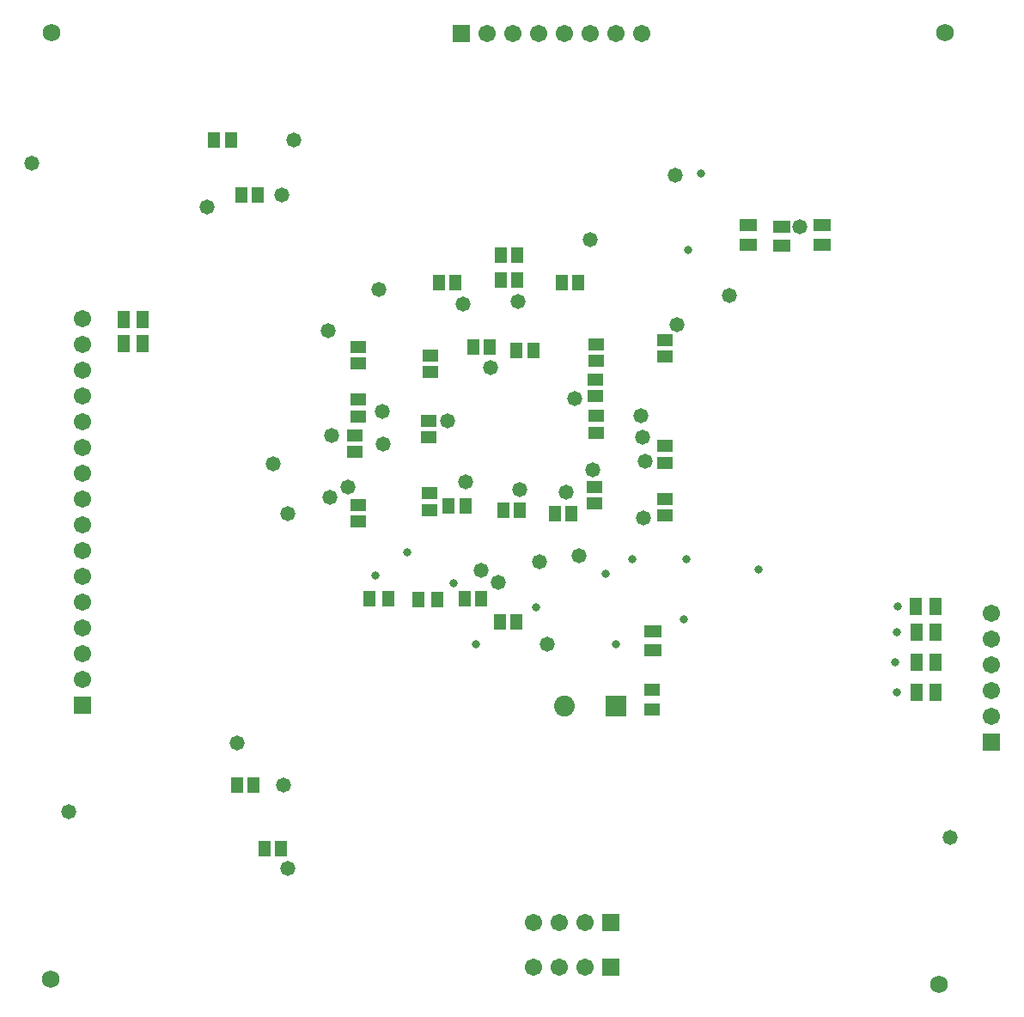
<source format=gbs>
G04*
G04 #@! TF.GenerationSoftware,Altium Limited,Altium Designer,18.0.7 (293)*
G04*
G04 Layer_Color=16711935*
%FSLAX25Y25*%
%MOIN*%
G70*
G01*
G75*
%ADD46C,0.06800*%
%ADD47C,0.06706*%
%ADD48R,0.06706X0.06706*%
%ADD49R,0.06706X0.06706*%
%ADD50R,0.08083X0.08083*%
%ADD51C,0.08083*%
%ADD52C,0.05800*%
%ADD53C,0.03202*%
%ADD80R,0.04580X0.06272*%
%ADD81R,0.06272X0.04580*%
%ADD82R,0.04540X0.06312*%
%ADD83R,0.06509X0.04737*%
%ADD84R,0.06312X0.04540*%
%ADD85R,0.04737X0.06509*%
D46*
X362200Y383900D02*
D03*
X15500D02*
D03*
X15300Y16700D02*
D03*
X360100Y14700D02*
D03*
D47*
X202600Y38600D02*
D03*
X212600D02*
D03*
X222600D02*
D03*
X202500Y21200D02*
D03*
X212500D02*
D03*
X222500D02*
D03*
X27700Y273000D02*
D03*
Y263000D02*
D03*
Y253000D02*
D03*
Y243000D02*
D03*
Y233000D02*
D03*
Y223000D02*
D03*
Y213000D02*
D03*
Y203000D02*
D03*
Y193000D02*
D03*
Y183000D02*
D03*
Y173000D02*
D03*
Y163000D02*
D03*
Y153000D02*
D03*
Y143000D02*
D03*
Y133000D02*
D03*
X380300Y118700D02*
D03*
Y128700D02*
D03*
Y138700D02*
D03*
Y148700D02*
D03*
Y158700D02*
D03*
X244600Y383600D02*
D03*
X234600D02*
D03*
X224600D02*
D03*
X214600D02*
D03*
X204600D02*
D03*
X194600D02*
D03*
X184600D02*
D03*
D48*
X232600Y38600D02*
D03*
X232500Y21200D02*
D03*
X174600Y383600D02*
D03*
D49*
X27700Y123000D02*
D03*
X380300Y108700D02*
D03*
D50*
X234800Y122400D02*
D03*
D51*
X214800D02*
D03*
D52*
X142600Y284300D02*
D03*
X107300Y197100D02*
D03*
X101600Y216700D02*
D03*
X109800Y342200D02*
D03*
X130700Y207700D02*
D03*
X245213Y195513D02*
D03*
X224578Y303700D02*
D03*
X364442Y71443D02*
D03*
X104900Y321000D02*
D03*
X76100Y316100D02*
D03*
X208000Y146500D02*
D03*
X107400Y59700D02*
D03*
X22400Y81600D02*
D03*
X105600Y92000D02*
D03*
X87700Y108200D02*
D03*
X123000Y268100D02*
D03*
X257500Y328500D02*
D03*
X306000Y308700D02*
D03*
X278600Y282000D02*
D03*
X258300Y270500D02*
D03*
X175276Y278682D02*
D03*
X196500Y279500D02*
D03*
X246000Y217400D02*
D03*
X245091Y227010D02*
D03*
X244305Y235200D02*
D03*
X220461Y181039D02*
D03*
X204900Y178500D02*
D03*
X188900Y170700D02*
D03*
X182400Y175200D02*
D03*
X176178Y209722D02*
D03*
X197389Y206511D02*
D03*
X215300Y205500D02*
D03*
X225600Y214300D02*
D03*
X218600Y241800D02*
D03*
X186000Y253900D02*
D03*
X169178Y233278D02*
D03*
X123700Y203700D02*
D03*
X124337Y227663D02*
D03*
X144200Y224200D02*
D03*
X143900Y236900D02*
D03*
X8000Y333300D02*
D03*
D53*
X344000Y161100D02*
D03*
X343500Y151100D02*
D03*
X343000Y139500D02*
D03*
X343500Y127800D02*
D03*
X290100Y175600D02*
D03*
X261000Y156300D02*
D03*
X262000Y179400D02*
D03*
X180300Y146500D02*
D03*
X234700Y146400D02*
D03*
X171740Y170200D02*
D03*
X141200Y173300D02*
D03*
X267700Y329100D02*
D03*
X262600Y299400D02*
D03*
X203600Y161000D02*
D03*
X240966Y179700D02*
D03*
X230654Y174000D02*
D03*
X153700Y182200D02*
D03*
D80*
X189816Y297600D02*
D03*
X196195D02*
D03*
X176022Y164100D02*
D03*
X182400D02*
D03*
X196289Y287800D02*
D03*
X189911D02*
D03*
X185600Y261900D02*
D03*
X179222D02*
D03*
X176178Y200300D02*
D03*
X169800D02*
D03*
X196100Y260600D02*
D03*
X202478D02*
D03*
X197389Y198500D02*
D03*
X191011D02*
D03*
X217200Y197200D02*
D03*
X210822D02*
D03*
X166022Y286800D02*
D03*
X172400D02*
D03*
X219989D02*
D03*
X213611D02*
D03*
X189622Y155200D02*
D03*
X196000D02*
D03*
X94078Y91900D02*
D03*
X87700D02*
D03*
X85178Y342300D02*
D03*
X78800D02*
D03*
X95589Y320900D02*
D03*
X89211D02*
D03*
X104800Y67300D02*
D03*
X98422D02*
D03*
D81*
X133400Y221285D02*
D03*
Y227663D02*
D03*
X226700Y242900D02*
D03*
Y249278D02*
D03*
X162700Y252322D02*
D03*
Y258700D02*
D03*
X162200Y198722D02*
D03*
Y205100D02*
D03*
X227100Y262900D02*
D03*
Y256522D02*
D03*
X226900Y235089D02*
D03*
Y228711D02*
D03*
X226400Y207678D02*
D03*
Y201300D02*
D03*
X162000Y233278D02*
D03*
Y226900D02*
D03*
X134800Y261789D02*
D03*
Y255411D02*
D03*
X253500Y217048D02*
D03*
Y223426D02*
D03*
Y196522D02*
D03*
Y202900D02*
D03*
Y264478D02*
D03*
Y258100D02*
D03*
X134800Y200700D02*
D03*
Y194322D02*
D03*
Y241426D02*
D03*
Y235048D02*
D03*
D82*
X165440Y163900D02*
D03*
X157960D02*
D03*
X146400Y164100D02*
D03*
X138920D02*
D03*
D83*
X299000Y308700D02*
D03*
Y301220D02*
D03*
X286000Y301600D02*
D03*
Y309080D02*
D03*
X314500Y309200D02*
D03*
Y301720D02*
D03*
X248933Y151680D02*
D03*
Y144200D02*
D03*
D84*
X248736Y121260D02*
D03*
Y128740D02*
D03*
D85*
X358540Y161100D02*
D03*
X351060D02*
D03*
X358640Y139500D02*
D03*
X351160D02*
D03*
X358640Y151100D02*
D03*
X351160D02*
D03*
X358640Y127800D02*
D03*
X351160D02*
D03*
X51000Y272680D02*
D03*
X43520D02*
D03*
X51100Y263300D02*
D03*
X43620D02*
D03*
M02*

</source>
